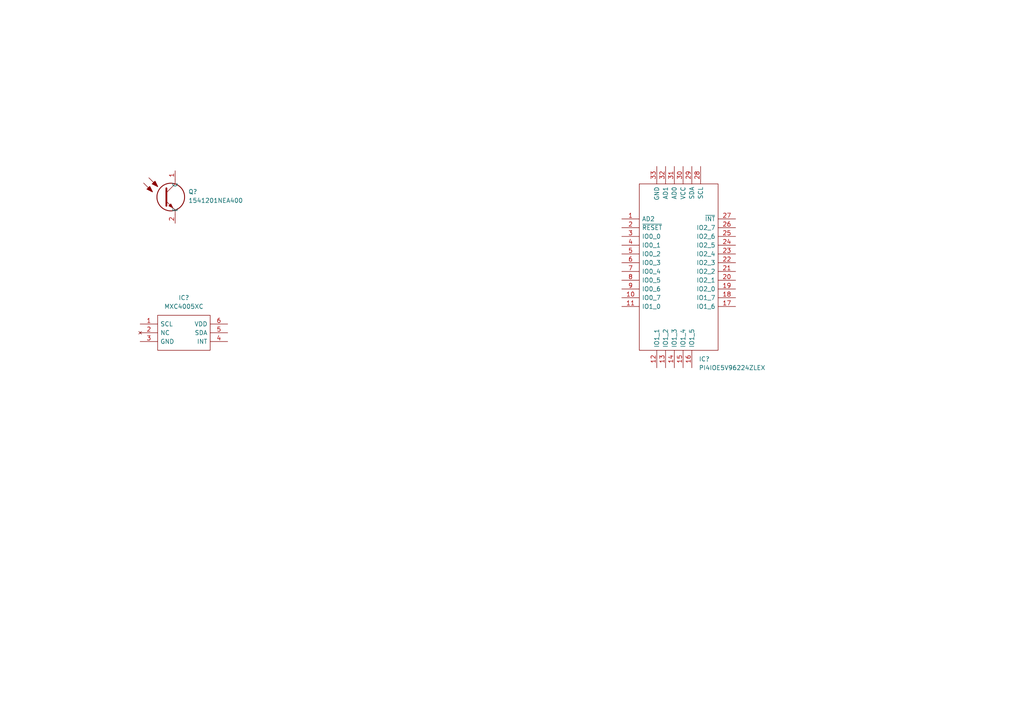
<source format=kicad_sch>
(kicad_sch (version 20211123) (generator eeschema)
  (paper "A4")
  (title_block (title "SmartWatch - [5] Sensors") (date "2022-06-19") (comment 4 "Simon Brenninger"))
  (lib_symbols
    (symbol "Gyroscope:MXC4005XC" (pin_names (offset 0.762))
      (property "Reference" "IC" (at 21.59 7.62 0))
      (property "Value" "MXC4005XC" (at 21.59 5.08 0))
      (symbol "MXC4005XC_0_0"
        (pin passive line (at 0 0 0) (length 5.08) (name "SCL") (number "1"))
        (pin no_connect line (at 0 -2.54 0) (length 5.08) (name "NC") (number "2"))
        (pin passive line (at 0 -5.08 0) (length 5.08) (name "GND") (number "3"))
        (pin passive line (at 25.4 -5.08 180) (length 5.08) (name "INT") (number "4"))
        (pin passive line (at 25.4 -2.54 180) (length 5.08) (name "SDA") (number "5"))
        (pin passive line (at 25.4 0 180) (length 5.08) (name "VDD") (number "6"))
      )
      (symbol "MXC4005XC_0_1"
        (polyline (pts (xy 5.08 2.54) (xy 20.32 2.54) (xy 20.32 -7.62) (xy 5.08 -7.62) (xy 5.08 2.54)) (stroke (width 0.1524)))
      )
    )
    (symbol "I{slash}O Expander:PI4IOE5V96224ZLEX" (pin_names (offset 0.762))
      (property "Reference" "IC" (at 29.21 15.24 0))
      (property "Value" "PI4IOE5V96224ZLEX" (at 29.21 12.7 0))
      (symbol "PI4IOE5V96224ZLEX_0_0"
        (pin passive line (at 0 0 0) (length 5.08) (name "AD2") (number "1"))
        (pin passive line (at 0 -22.86 0) (length 5.08) (name "IO0_7") (number "10"))
        (pin passive line (at 0 -25.4 0) (length 5.08) (name "IO1_0") (number "11"))
        (pin passive line (at 10.16 -43.18 90) (length 5.08) (name "IO1_1") (number "12"))
        (pin passive line (at 12.7 -43.18 90) (length 5.08) (name "IO1_2") (number "13"))
        (pin passive line (at 15.24 -43.18 90) (length 5.08) (name "IO1_3") (number "14"))
        (pin passive line (at 17.78 -43.18 90) (length 5.08) (name "IO1_4") (number "15"))
        (pin passive line (at 20.32 -43.18 90) (length 5.08) (name "IO1_5") (number "16"))
        (pin passive line (at 33.02 -25.4 180) (length 5.08) (name "IO1_6") (number "17"))
        (pin passive line (at 33.02 -22.86 180) (length 5.08) (name "IO1_7") (number "18"))
        (pin passive line (at 33.02 -20.32 180) (length 5.08) (name "IO2_0") (number "19"))
        (pin passive line (at 0 -2.54 0) (length 5.08) (name "~{RESET}") (number "2"))
        (pin passive line (at 33.02 -17.78 180) (length 5.08) (name "IO2_1") (number "20"))
        (pin passive line (at 33.02 -15.24 180) (length 5.08) (name "IO2_2") (number "21"))
        (pin passive line (at 33.02 -12.7 180) (length 5.08) (name "IO2_3") (number "22"))
        (pin passive line (at 33.02 -10.16 180) (length 5.08) (name "IO2_4") (number "23"))
        (pin passive line (at 33.02 -7.62 180) (length 5.08) (name "IO2_5") (number "24"))
        (pin passive line (at 33.02 -5.08 180) (length 5.08) (name "IO2_6") (number "25"))
        (pin passive line (at 33.02 -2.54 180) (length 5.08) (name "IO2_7") (number "26"))
        (pin passive line (at 33.02 0 180) (length 5.08) (name "~{INT}") (number "27"))
        (pin passive line (at 22.86 15.24 270) (length 5.08) (name "SCL") (number "28"))
        (pin passive line (at 20.32 15.24 270) (length 5.08) (name "SDA") (number "29"))
        (pin passive line (at 0 -5.08 0) (length 5.08) (name "IO0_0") (number "3"))
        (pin passive line (at 17.78 15.24 270) (length 5.08) (name "VCC") (number "30"))
        (pin passive line (at 15.24 15.24 270) (length 5.08) (name "AD0") (number "31"))
        (pin passive line (at 12.7 15.24 270) (length 5.08) (name "AD1") (number "32"))
        (pin passive line (at 10.16 15.24 270) (length 5.08) (name "GND") (number "33"))
        (pin passive line (at 0 -7.62 0) (length 5.08) (name "IO0_1") (number "4"))
        (pin passive line (at 0 -10.16 0) (length 5.08) (name "IO0_2") (number "5"))
        (pin passive line (at 0 -12.7 0) (length 5.08) (name "IO0_3") (number "6"))
        (pin passive line (at 0 -15.24 0) (length 5.08) (name "IO0_4") (number "7"))
        (pin passive line (at 0 -17.78 0) (length 5.08) (name "IO0_5") (number "8"))
        (pin passive line (at 0 -20.32 0) (length 5.08) (name "IO0_6") (number "9"))
      )
      (symbol "PI4IOE5V96224ZLEX_0_1"
        (polyline (pts (xy 5.08 10.16) (xy 27.94 10.16) (xy 27.94 -38.1) (xy 5.08 -38.1) (xy 5.08 10.16)) (stroke (width 0.1524)))
      )
    )
    (symbol "Phototransistor:1541201NEA400" (pin_names (offset 0.762))
      (property "Reference" "Q" (at 3.81 -6.35 0))
      (property "Value" "1541201NEA400" (at 3.81 -8.89 0))
      (symbol "1541201NEA400_0_0"
        (pin passive line (at 0 0 270) (length 2.54) (name "C") (number "1"))
        (pin passive line (at 0 -15.24 90) (length 2.54) (name "E") (number "2"))
      )
      (symbol "1541201NEA400_0_1"
        (circle (center -1.27 -7.62) (radius 4.0132) (stroke (width 0.254)))
        (polyline (pts (xy -9.144 -3.556) (xy -6.604 -6.096)) (stroke (width 0.1524)))
        (polyline (pts (xy -7.62 -2.032) (xy -5.08 -4.572)) (stroke (width 0.1524)))
        (polyline (pts (xy -2.54 -8.89) (xy 0 -11.43)) (stroke (width 0.1524)))
        (polyline (pts (xy -2.54 -6.35) (xy 0 -3.81)) (stroke (width 0.1524)))
        (polyline (pts (xy -2.54 -5.08) (xy -2.54 -10.16)) (stroke (width 0.508)))
        (polyline (pts (xy 0 -11.43) (xy 0 -12.7)) (stroke (width 0.1524)))
        (polyline (pts (xy 0 -3.81) (xy 0 -2.54)) (stroke (width 0.1524)))
        (polyline (pts (xy -8.128 -5.334) (xy -7.366 -4.572) (xy -6.604 -6.096) (xy -8.128 -5.334)) (stroke (width 0.254)) (fill (type outline)))
        (polyline (pts (xy -6.604 -3.81) (xy -5.842 -3.048) (xy -5.08 -4.572) (xy -6.604 -3.81)) (stroke (width 0.254)) (fill (type outline)))
        (polyline (pts (xy -1.778 -10.16) (xy -1.27 -9.652) (xy -0.762 -10.668) (xy -1.778 -10.16)) (stroke (width 0.254)) (fill (type outline)))
      )
    )
  )
  (symbol (lib_id "Phototransistor:1541201NEA400") (at 50.8 49.53 0) (unit 1)
    (property "Reference" "Q?" (at 54.61 55.6259 0) (effects (justify left)))
    (property "Value" "1541201NEA400" (at 54.61 58.1659 0) (effects (justify left)))
    (property "Footprint" "1541201NEA400" (effects hide))
    (property "Datasheet" "https://www.mouser.dk/datasheet/2/445/1541201NEA400-1715480.pdf" (effects hide))
    (property "Description" "WURTH ELEKTRONIK - 1541201NEA400 - Phototransistor, 940 nm, 140 , 150 mW, 2 Pins, 1206, WL-STCB Series" (effects hide))
    (property "Height" "1.2" (effects hide))
    (property "Mouser Part Number" "710-1541201NEA400" (effects hide))
    (property "Mouser Price/Stock" "https://www.mouser.co.uk/ProductDetail/Wurth-Elektronik/1541201NEA400?qs=u16ybLDytRZ%252BRXqtXC1wNA%3D%3D" (effects hide))
    (property "Manufacturer_Name" "Wurth Elektronik" (effects hide))
    (property "Manufacturer_Part_Number" "1541201NEA400" (effects hide))
  )
  (symbol (lib_id "Gyroscope:MXC4005XC") (at 40.64 93.98 0) (unit 1)
    (property "Reference" "IC?" (at 53.34 86.36 0))
    (property "Value" "MXC4005XC" (at 53.34 88.9 0))
    (property "Footprint" "MXC4005XC" (effects hide))
    (property "Datasheet" "https://datasheet.datasheetarchive.com/originals/distributors/Datasheets_SAMA/aa0fcdfc55209a6ab2215b00180fe2f1.pdf" (effects hide))
    (property "Description" "Accelerometers Monolithic and Wafer Level Packaged Three-Axis Accelerometer" (effects hide))
    (property "Height" "0.885" (effects hide))
    (property "Mouser Part Number" "438-MXC4005XC" (effects hide))
    (property "Mouser Price/Stock" "https://www.mouser.co.uk/ProductDetail/MEMSIC/MXC4005XC?qs=RcG8xmE7yp3iyYgWLmAtUw%3D%3D" (effects hide))
    (property "Manufacturer_Name" "MEMSIC" (effects hide))
    (property "Manufacturer_Part_Number" "MXC4005XC" (effects hide))
  )
  (symbol (lib_id "I{slash}O Expander:PI4IOE5V96224ZLEX") (at 180.34 63.5 0) (unit 1)
    (property "Reference" "IC?" (at 202.6794 104.14 0) (effects (justify left)))
    (property "Value" "PI4IOE5V96224ZLEX" (at 202.6794 106.68 0) (effects (justify left)))
    (property "Footprint" "QFN40P300X600X80-33N" (effects hide))
    (property "Datasheet" "https://www.diodes.com/assets/Datasheets/PI4IOE5V96224.pdf" (effects hide))
    (property "Description" "Interface - I/O Expanders 24-bit I2C-bus I/O Expander" (effects hide))
    (property "Height" "0.8" (effects hide))
    (property "Mouser Part Number" "729-I4IOE5V96224ZLEX" (effects hide))
    (property "Mouser Price/Stock" "https://www.mouser.co.uk/ProductDetail/Diodes-Incorporated/PI4IOE5V96224ZLEX?qs=0lQeLiL1qybZKU%252B6WN8aKg%3D%3D" (effects hide))
    (property "Manufacturer_Name" "Diodes Inc." (effects hide))
    (property "Manufacturer_Part_Number" "PI4IOE5V96224ZLEX" (effects hide))
  )
)
</source>
